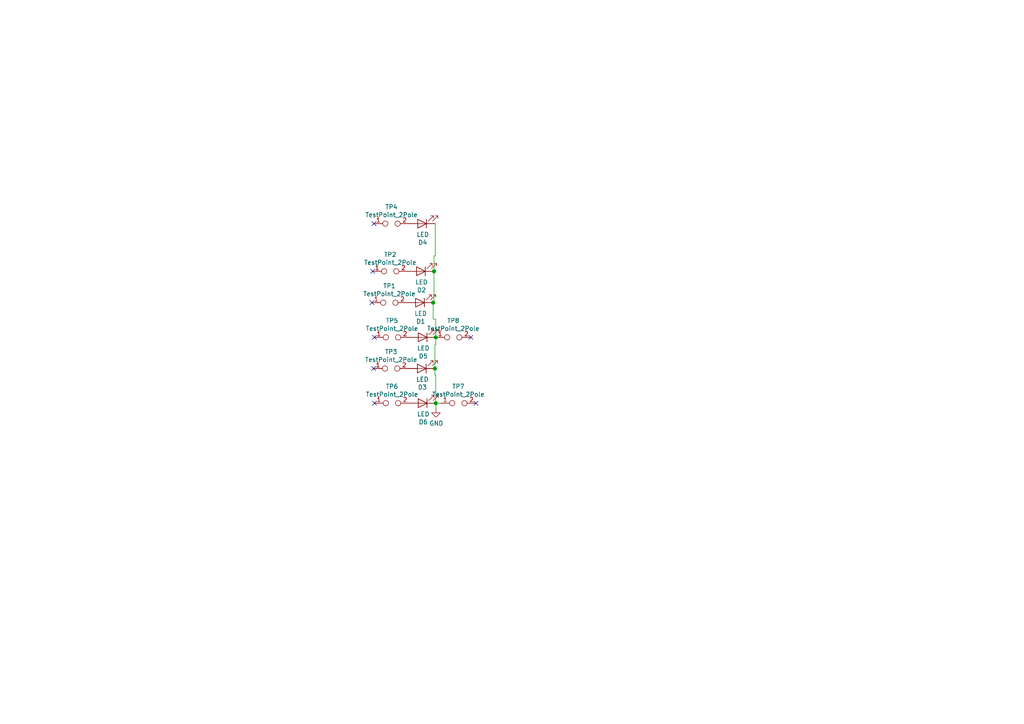
<source format=kicad_sch>
(kicad_sch (version 20201015) (generator eeschema)
  (paper "A4")
  (lib_symbols
    (symbol "Connector:TestPoint_2Pole" (pin_names (offset 0.762) hide)
      (property "Reference" "TP" (at 0 1.524 0))
      (property "Value" "TestPoint_2Pole" (at 0 -1.778 0))
      (symbol "TestPoint_2Pole_0_1"
        (circle (center -1.778 0) (radius 0.762))
        (circle (center 1.778 0) (radius 0.762))
        (pin passive line (at -5.08 0 0) (length 2.54) (name "1") (number "1"))
        (pin passive line (at 5.08 0 180) (length 2.54) (name "2") (number "2"))
      )
    )
    (symbol "Device:LED" (pin_numbers hide) (pin_names (offset 1.016) hide)
      (property "Reference" "D" (at 0 2.54 0))
      (property "Value" "LED" (at 0 -2.54 0))
      (symbol "LED_0_1"
        (polyline (pts (xy -1.27 -1.27) (xy -1.27 1.27)) (stroke (width 0.2032)))
        (polyline (pts (xy -1.27 0) (xy 1.27 0)))
        (polyline (pts (xy 1.27 -1.27) (xy 1.27 1.27) (xy -1.27 0) (xy 1.27 -1.27)) (stroke (width 0.2032)))
        (polyline (pts (xy -3.048 -0.762) (xy -4.572 -2.286) (xy -3.81 -2.286) (xy -4.572 -2.286) (xy -4.572 -1.524)))
        (polyline (pts (xy -1.778 -0.762) (xy -3.302 -2.286) (xy -2.54 -2.286) (xy -3.302 -2.286) (xy -3.302 -1.524)))
      )
      (symbol "LED_1_1"
        (pin passive line (at -3.81 0 0) (length 2.54) (name "K") (number "1"))
        (pin passive line (at 3.81 0 180) (length 2.54) (name "A") (number "2"))
      )
    )
    (symbol "power:GND" (power) (pin_names (offset 0))
      (property "Value" "GND" (at 0 -3.81 0))
      (symbol "GND_0_1"
        (polyline (pts (xy 0 0) (xy 0 -1.27) (xy 1.27 -1.27) (xy 0 -2.54) (xy -1.27 -1.27) (xy 0 -1.27)))
      )
      (symbol "GND_1_1"
        (pin power_in line (at 0 0 270) (length 0) hide (name "GND") (number "1"))
      )
    )
  )
  (junction (at 125.6284 87.7824) (diameter 1.016))
  (junction (at 125.8824 78.6892) (diameter 1.016))
  (junction (at 126.1364 106.8832) (diameter 1.016))
  (junction (at 126.3904 97.8408) (diameter 1.016))
  (junction (at 126.3904 116.9416) (diameter 1.016))
  (no_connect (at 108.458 64.8716))
  (no_connect (at 107.8484 87.7824))
  (no_connect (at 108.1024 78.6892))
  (no_connect (at 108.3564 106.8832))
  (no_connect (at 108.6104 97.8408))
  (no_connect (at 108.6104 116.9416))
  (no_connect (at 138.0236 116.9416))
  (no_connect (at 136.5504 97.8408))
  (wire (pts (xy 125.6284 87.7824) (xy 125.6284 92.5576)))
  (wire (pts (xy 125.6284 87.7824) (xy 125.8824 87.7824)))
  (wire (pts (xy 125.6284 92.5576) (xy 126.3904 92.5576)))
  (wire (pts (xy 125.8824 74.2188) (xy 125.8824 78.6892)))
  (wire (pts (xy 125.8824 78.6892) (xy 125.8824 87.7824)))
  (wire (pts (xy 126.1364 99.9236) (xy 126.3904 99.9236)))
  (wire (pts (xy 126.1364 106.8832) (xy 126.1364 99.9236)))
  (wire (pts (xy 126.1364 108.7628) (xy 126.1364 106.8832)))
  (wire (pts (xy 126.238 64.8716) (xy 126.238 74.2188)))
  (wire (pts (xy 126.238 74.2188) (xy 125.8824 74.2188)))
  (wire (pts (xy 126.3904 92.5576) (xy 126.3904 97.8408)))
  (wire (pts (xy 126.3904 99.9236) (xy 126.3904 97.8408)))
  (wire (pts (xy 126.3904 108.7628) (xy 126.1364 108.7628)))
  (wire (pts (xy 126.3904 108.7628) (xy 126.3904 116.9416)))
  (wire (pts (xy 126.3904 116.9416) (xy 126.3904 117.7036)))
  (wire (pts (xy 126.3904 116.9416) (xy 127.8636 116.9416)))
  (wire (pts (xy 126.3904 117.7036) (xy 126.4412 117.7036)))
  (wire (pts (xy 126.4412 117.7036) (xy 126.4412 118.4656)))
  (symbol (lib_id "power:GND") (at 126.4412 118.4656 0) (unit 1)
    (property "Reference" "#PWR0101" (effects hide))
    (property "Value" "GND" (at 126.5555 122.79 0))
  )
  (symbol (lib_id "Connector:TestPoint_2Pole") (at 112.9284 87.7824 0) (unit 1)
    (property "Reference" "TP1" (at 112.9284 82.9372 0))
    (property "Value" "TestPoint_2Pole" (at 112.9284 85.2359 0))
    (property "Footprint" "TestPoint:TestPoint_2Pads_Pitch2.54mm_Drill0.8mm" (effects hide))
  )
  (symbol (lib_id "Connector:TestPoint_2Pole") (at 113.1824 78.6892 0) (unit 1)
    (property "Reference" "TP2" (at 113.1824 73.844 0))
    (property "Value" "TestPoint_2Pole" (at 113.1824 76.1427 0))
    (property "Footprint" "TestPoint:TestPoint_2Pads_Pitch2.54mm_Drill0.8mm" (effects hide))
  )
  (symbol (lib_id "Connector:TestPoint_2Pole") (at 113.4364 106.8832 0) (unit 1)
    (property "Reference" "TP3" (at 113.4364 102.038 0))
    (property "Value" "TestPoint_2Pole" (at 113.4364 104.3367 0))
    (property "Footprint" "TestPoint:TestPoint_2Pads_Pitch2.54mm_Drill0.8mm" (effects hide))
  )
  (symbol (lib_id "Connector:TestPoint_2Pole") (at 113.538 64.8716 0) (unit 1)
    (property "Reference" "TP4" (at 113.538 60.0264 0))
    (property "Value" "TestPoint_2Pole" (at 113.538 62.3251 0))
    (property "Footprint" "TestPoint:TestPoint_2Pads_Pitch2.54mm_Drill0.8mm" (effects hide))
  )
  (symbol (lib_id "Connector:TestPoint_2Pole") (at 113.6904 97.8408 0) (unit 1)
    (property "Reference" "TP5" (at 113.6904 92.9956 0))
    (property "Value" "TestPoint_2Pole" (at 113.6904 95.2943 0))
    (property "Footprint" "TestPoint:TestPoint_2Pads_Pitch2.54mm_Drill0.8mm" (effects hide))
  )
  (symbol (lib_id "Connector:TestPoint_2Pole") (at 113.6904 116.9416 0) (unit 1)
    (property "Reference" "TP6" (at 113.6904 112.0964 0))
    (property "Value" "TestPoint_2Pole" (at 113.6904 114.3951 0))
    (property "Footprint" "TestPoint:TestPoint_2Pads_Pitch2.54mm_Drill0.8mm" (effects hide))
  )
  (symbol (lib_id "Connector:TestPoint_2Pole") (at 131.4704 97.8408 0) (unit 1)
    (property "Reference" "TP8" (at 131.4704 92.9956 0))
    (property "Value" "TestPoint_2Pole" (at 131.4704 95.2943 0))
    (property "Footprint" "Connector_Wire:SolderWirePad_1x02_P3.81mm_Drill1.2mm" (effects hide))
  )
  (symbol (lib_id "Connector:TestPoint_2Pole") (at 132.9436 116.9416 0) (unit 1)
    (property "Reference" "TP7" (at 132.9436 112.0964 0))
    (property "Value" "TestPoint_2Pole" (at 132.9436 114.3951 0))
    (property "Footprint" "Connector_Wire:SolderWirePad_1x02_P3.81mm_Drill1.2mm" (effects hide))
  )
  (symbol (lib_id "Device:LED") (at 121.8184 87.7824 180) (unit 1)
    (property "Reference" "D1" (at 122.0089 93.2372 0))
    (property "Value" "LED" (at 122.0089 90.9385 0))
    (property "Footprint" "LED_SMD:LED_1206_3216Metric" (effects hide))
  )
  (symbol (lib_id "Device:LED") (at 122.0724 78.6892 180) (unit 1)
    (property "Reference" "D2" (at 122.2629 84.144 0))
    (property "Value" "LED" (at 122.2629 81.8453 0))
    (property "Footprint" "LED_SMD:LED_1206_3216Metric" (effects hide))
  )
  (symbol (lib_id "Device:LED") (at 122.3264 106.8832 180) (unit 1)
    (property "Reference" "D3" (at 122.5169 112.338 0))
    (property "Value" "LED" (at 122.5169 110.0393 0))
    (property "Footprint" "LED_SMD:LED_1206_3216Metric" (effects hide))
  )
  (symbol (lib_id "Device:LED") (at 122.428 64.8716 180) (unit 1)
    (property "Reference" "D4" (at 122.6185 70.3264 0))
    (property "Value" "LED" (at 122.6185 68.0277 0))
    (property "Footprint" "LED_SMD:LED_1206_3216Metric" (effects hide))
  )
  (symbol (lib_id "Device:LED") (at 122.5804 97.8408 180) (unit 1)
    (property "Reference" "D5" (at 122.7709 103.2956 0))
    (property "Value" "LED" (at 122.7709 100.9969 0))
    (property "Footprint" "LED_SMD:LED_1206_3216Metric" (effects hide))
  )
  (symbol (lib_id "Device:LED") (at 122.5804 116.9416 180) (unit 1)
    (property "Reference" "D6" (at 122.7709 122.3964 0))
    (property "Value" "LED" (at 122.7709 120.0977 0))
    (property "Footprint" "LED_SMD:LED_1206_3216Metric" (effects hide))
  )
)
</source>
